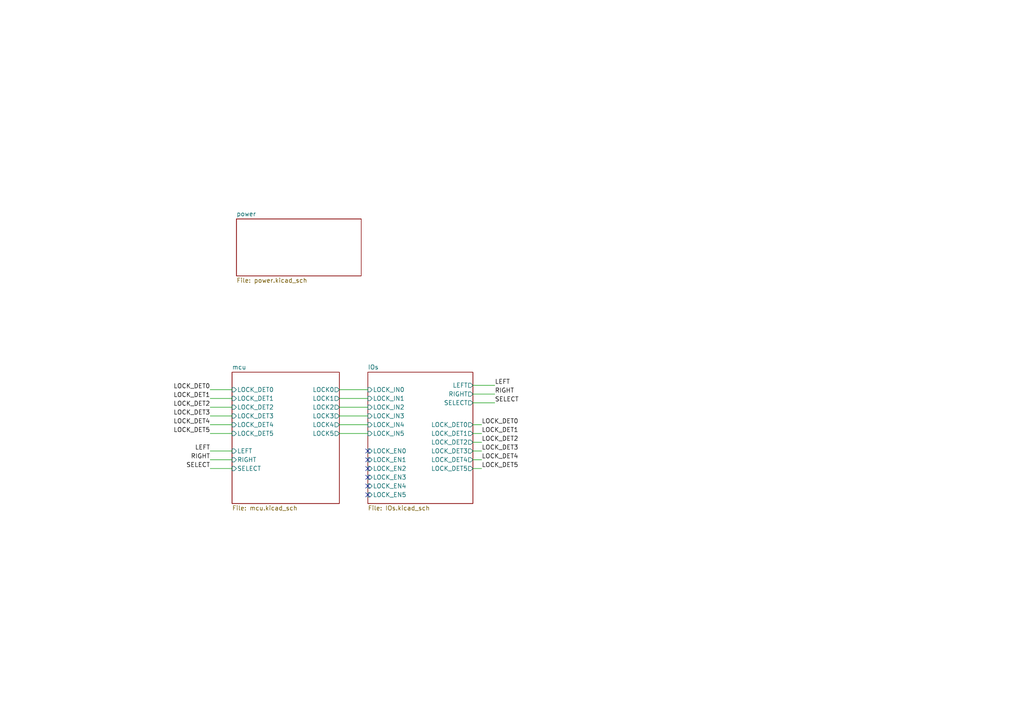
<source format=kicad_sch>
(kicad_sch (version 20211123) (generator eeschema)
  (paper "A4")
  (lib_symbols)
  (no_connect (at 106.68 140.97))
  (no_connect (at 106.68 135.89))
  (no_connect (at 106.68 138.43))
  (no_connect (at 106.68 143.51))
  (no_connect (at 106.68 130.81))
  (no_connect (at 106.68 133.35))
  (wire (pts (xy 67.31 115.57) (xy 60.96 115.57)))
  (wire (pts (xy 67.31 133.35) (xy 60.96 133.35)))
  (wire (pts (xy 137.16 128.27) (xy 139.7 128.27)))
  (wire (pts (xy 98.425 115.57) (xy 106.68 115.57)))
  (wire (pts (xy 137.16 114.3) (xy 143.51 114.3)))
  (wire (pts (xy 67.31 113.03) (xy 60.96 113.03)))
  (wire (pts (xy 98.425 123.19) (xy 106.68 123.19)))
  (wire (pts (xy 67.31 125.73) (xy 60.96 125.73)))
  (wire (pts (xy 137.16 125.73) (xy 139.7 125.73)))
  (wire (pts (xy 137.16 135.89) (xy 139.7 135.89)))
  (wire (pts (xy 67.31 120.65) (xy 60.96 120.65)))
  (wire (pts (xy 98.425 118.11) (xy 106.68 118.11)))
  (wire (pts (xy 60.96 123.19) (xy 67.31 123.19)))
  (wire (pts (xy 67.31 135.89) (xy 60.96 135.89)))
  (wire (pts (xy 137.16 111.76) (xy 143.51 111.76)))
  (wire (pts (xy 98.425 113.03) (xy 106.68 113.03)))
  (wire (pts (xy 60.96 130.81) (xy 67.31 130.81)))
  (wire (pts (xy 137.16 123.19) (xy 139.7 123.19)))
  (wire (pts (xy 98.425 120.65) (xy 106.68 120.65)))
  (wire (pts (xy 137.16 116.84) (xy 143.51 116.84)))
  (wire (pts (xy 60.96 118.11) (xy 67.31 118.11)))
  (wire (pts (xy 137.16 130.81) (xy 139.7 130.81)))
  (wire (pts (xy 137.16 133.35) (xy 139.7 133.35)))
  (wire (pts (xy 98.425 125.73) (xy 106.68 125.73)))
  (label "RIGHT" (at 143.51 114.3 0))
  (label "LOCK_DET4" (at 60.96 123.19 180))
  (label "SELECT" (at 143.51 116.84 0))
  (label "LOCK_DET0" (at 139.7 123.19 0))
  (label "LOCK_DET5" (at 60.96 125.73 180))
  (label "LOCK_DET3" (at 139.7 130.81 0))
  (label "SELECT" (at 60.96 135.89 180))
  (label "LOCK_DET1" (at 139.7 125.73 0))
  (label "LOCK_DET5" (at 139.7 135.89 0))
  (label "LOCK_DET2" (at 60.96 118.11 180))
  (label "LEFT" (at 60.96 130.81 180))
  (label "LOCK_DET4" (at 139.7 133.35 0))
  (label "LOCK_DET2" (at 139.7 128.27 0))
  (label "LOCK_DET1" (at 60.96 115.57 180))
  (label "LEFT" (at 143.51 111.76 0))
  (label "LOCK_DET0" (at 60.96 113.03 180))
  (label "LOCK_DET3" (at 60.96 120.65 180))
  (label "RIGHT" (at 60.96 133.35 180))
  (sheet (at 68.58 63.5) (size 36.195 16.51)
    (property "Sheet name" "power" (at 68.58 62.7884 0) (effects (justify left bottom)))
    (property "Sheet file" "power.kicad_sch" (at 68.58 80.5946 0) (effects (justify left top)))
  )
  (sheet (at 67.31 107.95) (size 31.115 38.1)
    (property "Sheet name" "mcu" (at 67.31 107.2384 0) (effects (justify left bottom)))
    (property "Sheet file" "mcu.kicad_sch" (at 67.31 146.6346 0) (effects (justify left top)))
    (pin "LOCK5" output (at 98.425 125.73 0))
    (pin "LOCK4" output (at 98.425 123.19 0))
    (pin "LOCK3" output (at 98.425 120.65 0))
    (pin "LOCK2" output (at 98.425 118.11 0))
    (pin "LOCK1" output (at 98.425 115.57 0))
    (pin "LOCK0" output (at 98.425 113.03 0))
    (pin "LOCK_DET0" input (at 67.31 113.03 180))
    (pin "LOCK_DET1" input (at 67.31 115.57 180))
    (pin "LOCK_DET2" input (at 67.31 118.11 180))
    (pin "LOCK_DET3" input (at 67.31 120.65 180))
    (pin "LOCK_DET4" input (at 67.31 123.19 180))
    (pin "LOCK_DET5" input (at 67.31 125.73 180))
    (pin "LEFT" input (at 67.31 130.81 180))
    (pin "RIGHT" input (at 67.31 133.35 180))
    (pin "SELECT" input (at 67.31 135.89 180))
  )
  (sheet (at 106.68 107.95) (size 30.48 38.1)
    (property "Sheet name" "IOs" (at 106.68 107.2384 0) (effects (justify left bottom)))
    (property "Sheet file" "IOs.kicad_sch" (at 106.68 146.6346 0) (effects (justify left top)))
    (pin "LOCK_IN0" input (at 106.68 113.03 180))
    (pin "LOCK_IN1" input (at 106.68 115.57 180))
    (pin "LOCK_IN2" input (at 106.68 118.11 180))
    (pin "LOCK_IN3" input (at 106.68 120.65 180))
    (pin "LOCK_IN4" input (at 106.68 123.19 180))
    (pin "LOCK_IN5" input (at 106.68 125.73 180))
    (pin "LOCK_EN0" input (at 106.68 130.81 180))
    (pin "LOCK_EN1" input (at 106.68 133.35 180))
    (pin "LOCK_EN2" input (at 106.68 135.89 180))
    (pin "LOCK_EN3" input (at 106.68 138.43 180))
    (pin "LOCK_EN4" input (at 106.68 140.97 180))
    (pin "LOCK_EN5" input (at 106.68 143.51 180))
    (pin "LEFT" output (at 137.16 111.76 0))
    (pin "RIGHT" output (at 137.16 114.3 0))
    (pin "SELECT" output (at 137.16 116.84 0))
    (pin "LOCK_DET0" output (at 137.16 123.19 0))
    (pin "LOCK_DET1" output (at 137.16 125.73 0))
    (pin "LOCK_DET2" output (at 137.16 128.27 0))
    (pin "LOCK_DET3" output (at 137.16 130.81 0))
    (pin "LOCK_DET4" output (at 137.16 133.35 0))
    (pin "LOCK_DET5" output (at 137.16 135.89 0))
  )
)
</source>
